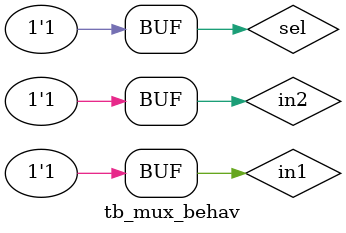
<source format=v>
module tb_mux_behav();  
                        
reg in1,in2,sel;
wire out;  

mux_behav UUT (out,in1,in2,sel);

initial
begin
in1 = 1'b0;                   // here we apply inputs to the logic
in2 = 1'b0;
sel = 1'b0;
#10;
in1 = 1'b0; 
in2 = 1'b1;
sel = 1'b0;
#10;
in1 = 1'b1;
in2 = 1'b0;
sel = 1'b0;
#10;
in1 = 1'b1;
in2 = 1'b1;
sel = 1'b0;
#10;
in1 = 1'b0;                   
in2 = 1'b0;
sel = 1'b1;
#10;
in1 = 1'b0; 
in2 = 1'b1;
sel = 1'b1;
#10;
in1 = 1'b1;
in2 = 1'b0;
sel = 1'b1;
#10;
in1 = 1'b1;
in2 = 1'b1;
sel = 1'b1;
#10;
 
end

// set up the monitoring
initial
begin
$monitor("sel=%b, in1=%b, in2=%b, out=%b, time=%t\n", sel, in1,in1, out, $time);
end


endmodule

</source>
